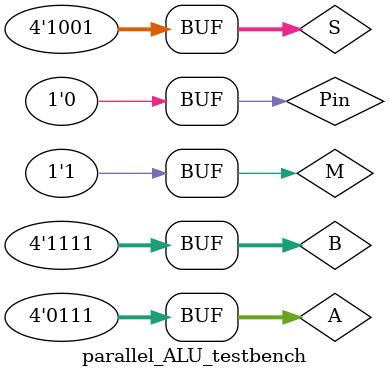
<source format=v>
/*
* Testbench for serial_ALU.v
*/

`timescale 1us/1ns

module parallel_ALU_testbench();

    reg [3:0] A, B;
    reg [3:0] S;
    reg M;
    reg Pin;

    wire [3:0] R;
    wire [3:0] P;

    localparam PERIOD = 1;

    parallel_ALU UUT(
        .A    (A),
        .B    (B),
        .S    (S),
        .M    (M),
        .Pin  (Pin),
        .R    (R),
        .P    (P)
    );

    initial begin
        $dumpfile("./parallel_ALU.vcd");
        $dumpvars(0, parallel_ALU_testbench);

        A = 0;
        B = 8;
        M = 0;
        S = 4'b0001;
        Pin = 0;
        #PERIOD;

        A = 1;
        B = 9;
        M = 0;
        S = 4'b0001;
        Pin = 0;
        #PERIOD;

        A = 2;
        B = 10;
        M = 0;
        S = 4'b0001;
        Pin = 0;
        #PERIOD;

        A = 3;
        B = 11;
        M = 0;
        S = 4'b0001;
        Pin = 0;
        #PERIOD;

        A = 4;
        B = 12;
        M = 0;
        S = 4'b0100;
        Pin = 0;
        #PERIOD;

        A = 5;
        B = 13;
        M = 0;
        S = 4'b0100;
        Pin = 0;
        #PERIOD;

        A = 6;
        B = 14;
        M = 0;
        S = 4'b0100;
        Pin = 0;
        #PERIOD;

        A = 7;
        B = 15;
        M = 0;
        S = 4'b0100;
        Pin = 0;
        #PERIOD;

        A = 8;
        B = 0;
        M = 1;
        S = 4'b0110;
        Pin = 1;
        #PERIOD;

        A = 9;
        B = 1;
        M = 1;
        S = 4'b0110;
        Pin = 1;
        #PERIOD;

        A = 10;
        B = 2;
        M = 1;
        S = 4'b0110;
        Pin = 1;
        #PERIOD;

        A = 11;
        B = 3;
        M = 1;
        S = 4'b0110;
        Pin = 1;
        #PERIOD;

        A = 12;
        B = 4;
        M = 1;
        S = 4'b0110;
        Pin = 1;
        #PERIOD;

        A = 13;
        B = 5;
        M = 1;
        S = 4'b0110;
        Pin = 1;
        #PERIOD;

        A = 14;
        B = 6;
        M = 1;
        S = 4'b0110;
        Pin = 1;
        #PERIOD;

        A = 15;
        B = 7;
        M = 1;
        S = 4'b0110;
        Pin = 1;
        #PERIOD;

        A = 0;
        B = 8;
        M = 1;
        S = 4'b1001;
        Pin = 0;
        #PERIOD;

        A = 1;
        B = 9;
        M = 1;
        S = 4'b1001;
        Pin = 0;
        #PERIOD;

        A = 2;
        B = 10;
        M = 1;
        S = 4'b1001;
        Pin = 0;
        #PERIOD;

        A = 3;
        B = 11;
        M = 1;
        S = 4'b1001;
        Pin = 0;
        #PERIOD;

        A = 4;
        B = 12;
        M = 1;
        S = 4'b1001;
        Pin = 0;
        #PERIOD;

        A = 5;
        B = 13;
        M = 1;
        S = 4'b1001;
        Pin = 0;
        #PERIOD;

        A = 6;
        B = 14;
        M = 1;
        S = 4'b1001;
        Pin = 0;
        #PERIOD;

        A = 7;
        B = 15;
        M = 1;
        S = 4'b1001;
        Pin = 0;
        #PERIOD;
    end

endmodule


</source>
